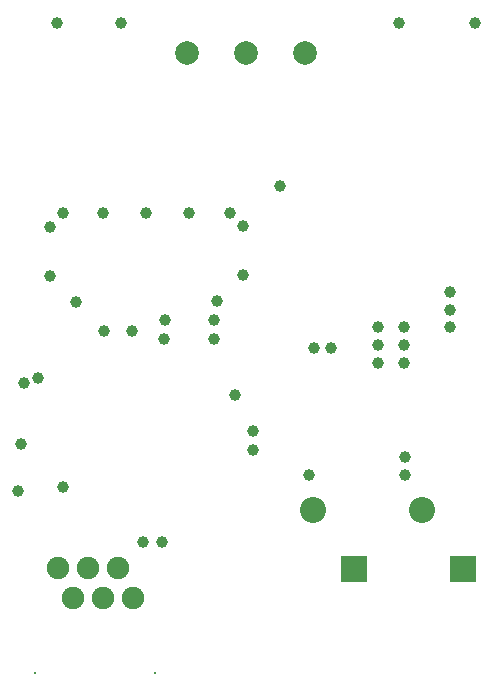
<source format=gbs>
%FSLAX24Y24*%
%MOIN*%
G70*
G01*
G75*
G04 Layer_Color=16711935*
%ADD10R,0.0669X0.0709*%
%ADD11R,0.0394X0.0394*%
%ADD12R,0.0614X0.0110*%
%ADD13R,0.0110X0.0614*%
%ADD14R,0.0394X0.0394*%
%ADD15R,0.0354X0.0394*%
%ADD16R,0.0591X0.0472*%
%ADD17R,0.0591X0.0512*%
%ADD18R,0.0394X0.0354*%
%ADD19R,0.0472X0.0591*%
%ADD20R,0.0748X0.0374*%
%ADD21R,0.2717X0.2165*%
%ADD22R,0.0433X0.0394*%
%ADD23R,0.1968X0.0669*%
%ADD24C,0.0118*%
%ADD25C,0.0394*%
%ADD26C,0.0197*%
%ADD27C,0.0669*%
%ADD28C,0.0709*%
%ADD29R,0.0787X0.0787*%
%ADD30C,0.0787*%
%ADD31C,0.0315*%
%ADD32C,0.0787*%
%ADD33C,0.0098*%
%ADD34C,0.0050*%
%ADD35C,0.0100*%
%ADD36C,0.0060*%
%ADD37C,0.0047*%
%ADD38C,0.0079*%
%ADD39C,0.0071*%
%ADD40C,0.0157*%
%ADD41R,0.0749X0.0789*%
%ADD42R,0.0474X0.0474*%
%ADD43R,0.0694X0.0190*%
%ADD44R,0.0190X0.0694*%
%ADD45R,0.0474X0.0474*%
%ADD46R,0.0434X0.0474*%
%ADD47R,0.0671X0.0552*%
%ADD48R,0.0671X0.0592*%
%ADD49R,0.0474X0.0434*%
%ADD50R,0.0552X0.0671*%
%ADD51R,0.0828X0.0454*%
%ADD52R,0.2797X0.2245*%
%ADD53R,0.0513X0.0474*%
%ADD54R,0.2048X0.0749*%
%ADD55C,0.0080*%
%ADD56C,0.0749*%
%ADD57C,0.0789*%
%ADD58R,0.0867X0.0867*%
%ADD59C,0.0867*%
%ADD60C,0.0395*%
D55*
X945Y866D02*
D03*
X4945D02*
D03*
D56*
X4193Y3370D02*
D03*
X3693Y4370D02*
D03*
X3193Y3370D02*
D03*
X2693Y4370D02*
D03*
X2193Y3370D02*
D03*
X1693Y4370D02*
D03*
D57*
X9921Y21535D02*
D03*
X7953D02*
D03*
X5984D02*
D03*
D58*
X11575Y4339D02*
D03*
X15197D02*
D03*
D59*
X10197Y6307D02*
D03*
X13819D02*
D03*
D60*
X1673Y22559D02*
D03*
X15610D02*
D03*
X13071D02*
D03*
X3799D02*
D03*
X4528Y5236D02*
D03*
X5157D02*
D03*
X7598Y10157D02*
D03*
X8189Y8937D02*
D03*
Y8307D02*
D03*
X1850Y7087D02*
D03*
X4173Y12283D02*
D03*
X3232D02*
D03*
X1417Y14098D02*
D03*
Y15748D02*
D03*
X1850Y16220D02*
D03*
X4646D02*
D03*
X7441D02*
D03*
X7874Y15787D02*
D03*
Y14134D02*
D03*
X7008Y13268D02*
D03*
X6063Y16220D02*
D03*
X3189D02*
D03*
X2283Y13232D02*
D03*
X6890Y12638D02*
D03*
Y12008D02*
D03*
X1024Y10709D02*
D03*
X551Y10551D02*
D03*
X5236Y12008D02*
D03*
X5276Y12638D02*
D03*
X9094Y17126D02*
D03*
X354Y6929D02*
D03*
X13268Y8071D02*
D03*
Y7480D02*
D03*
X10079Y7480D02*
D03*
X14764Y12402D02*
D03*
X14764Y12992D02*
D03*
Y13583D02*
D03*
X10228Y11701D02*
D03*
X10795D02*
D03*
X12362Y11220D02*
D03*
Y11811D02*
D03*
Y12402D02*
D03*
X13228D02*
D03*
Y11811D02*
D03*
Y11220D02*
D03*
X472Y8504D02*
D03*
M02*

</source>
